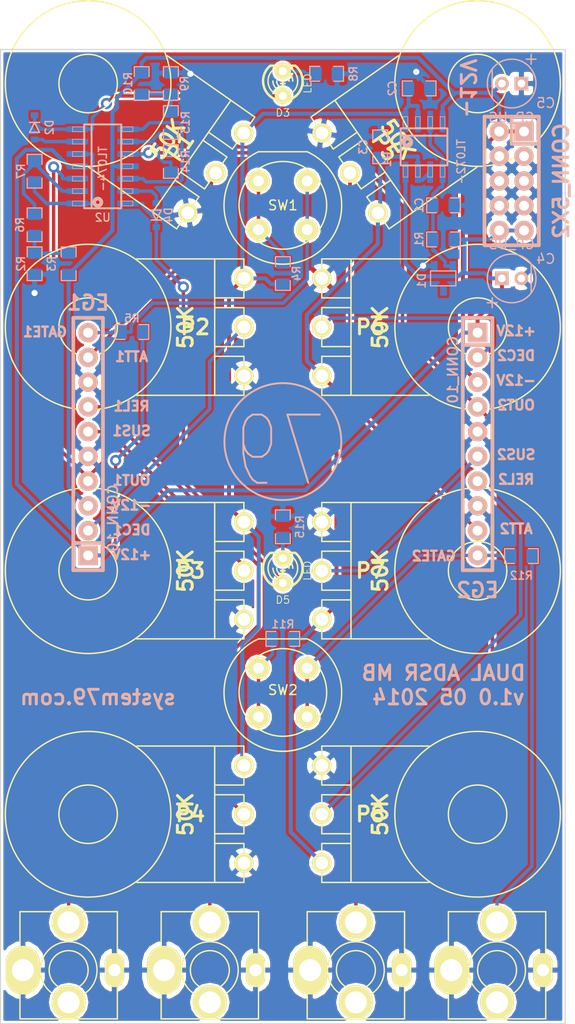
<source format=kicad_pcb>
(kicad_pcb (version 3) (host pcbnew "(2013-07-07 BZR 4022)-stable")
  (layers (15 F.Cu signal) (0 B.Cu signal) (18 B.Paste user) (19 F.Paste user) (20 B.SilkS user) (21 F.SilkS user) (22 B.Mask user) (23 F.Mask user) (28 Edge.Cuts user))
  (net 0 "")
  (net 1 +12V)
  (net 2 "+5.0V A")
  (net 3 "+5.0V B")
  (net 4 -12V)
  (net 5 ATT1)
  (net 6 ATT2)
  (net 7 DEC1)
  (net 8 DEC2)
  (net 9 GATE1)
  (net 10 GATE2)
  (net 11 GND)
  (net 12 N-0000014)
  (net 13 N-0000015)
  (net 14 N-0000016)
  (net 15 N-0000017)
  (net 16 N-0000018)
  (net 17 N-0000019)
  (net 18 N-000002)
  (net 19 N-0000020)
  (net 20 N-0000021)
  (net 21 N-0000022)
  (net 22 N-0000023)
  (net 23 N-0000027)
  (net 24 N-0000030)
  (net 25 N-0000031)
  (net 26 N-0000036)
  (net 27 N-0000038)
  (net 28 N-0000039)
  (net 29 OUT1)
  (net 30 OUT2)
  (net 31 REL1)
  (net 32 REL2)
  (net 33 SUS1)
  (net 34 SUS2)
  (module CONN_0100_2X5_10 (layer B.Cu) (at 163.5 111 270)
    (fp_text reference PWR1 hide)
    (fp_text value CONN_5X2 (at 0 -5.08 270) (layer B.SilkS) (effects (font (size 1.524 1.524) (thickness 0.3048)) (justify mirror)))
    (pad 7 thru_hole circle (at 2.54 -1.27 270) (size 1.99898 1.99898) (drill 1.016) (layers *.Cu *.Mask B.SilkS) (net 11 GND))
    (pad 5 thru_hole circle (at 0 -1.27 270) (size 1.99898 1.99898) (drill 1.016) (layers *.Cu *.Mask B.SilkS) (net 11 GND))
    (pad 9 thru_hole circle (at 5.08 -1.27 270) (size 1.99898 1.99898) (drill 1.016) (layers *.Cu *.Mask B.SilkS) (net 1 +12V))
    (pad 3 thru_hole circle (at -2.54 -1.27 270) (size 1.99898 1.99898) (drill 1.016) (layers *.Cu *.Mask B.SilkS) (net 11 GND))
    (pad 1 thru_hole rect (at -5.08 -1.27 270) (size 1.99898 1.99898) (drill 1.016) (layers *.Cu *.Mask B.SilkS) (net 4 -12V))
    (pad 2 thru_hole circle (at -5.08 1.27 270) (size 1.99898 1.99898) (drill 1.016) (layers *.Cu *.Mask B.SilkS) (net 4 -12V))
    (pad 4 thru_hole circle (at -2.54 1.27 270) (size 1.99898 1.99898) (drill 1.016) (layers *.Cu *.Mask B.SilkS) (net 11 GND))
    (pad 6 thru_hole circle (at 0 1.27 270) (size 1.99898 1.99898) (drill 1.016) (layers *.Cu *.Mask B.SilkS) (net 11 GND))
    (pad 8 thru_hole circle (at 2.54 1.27 270) (size 1.99898 1.99898) (drill 1.016) (layers *.Cu *.Mask B.SilkS) (net 11 GND))
    (pad 10 thru_hole circle (at 5.08 1.27 270) (size 1.99898 1.99898) (drill 1.016) (layers *.Cu *.Mask B.SilkS) (net 1 +12V))
  )
  (module SOT23-JRL (layer B.Cu) (at 156.5 121)
    (fp_text reference D1 (at -2.25 0.25 270) (layer B.SilkS) (effects (font (size 0.8128 0.8128) (thickness 0.1524)) (justify mirror)))
    (fp_text value LM4040-5.0 hide)
    (pad 3 smd rect (at 0 1.27) (size 0.70104 1.00076) (layers B.Cu B.Paste B.Mask))
    (pad 1 smd rect (at 0.9525 -1.27) (size 0.70104 1.00076) (layers B.Cu B.Paste B.Mask) (net 26 N-0000036))
    (pad 2 smd rect (at -0.9525 -1.27) (size 0.70104 1.00076) (layers B.Cu B.Paste B.Mask) (net 11 GND))
  )
  (module SOIC-8-JRL (layer B.Cu) (at 154.5 107.5)
    (fp_text reference U1 (at -3.81 1.27 270) (layer B.SilkS) (effects (font (size 0.8128 0.8128) (thickness 0.1524)) (justify mirror)))
    (fp_text value TL072- (at 3.81 1.524 270) (layer B.SilkS) (effects (font (size 0.8128 0.8128) (thickness 0.1524)) (justify mirror)))
    (pad 1 smd rect (at -1.905 -2.59842) (size 0.59944 2.19964) (layers B.Cu B.Paste B.Mask) (net 2 "+5.0V A"))
    (pad 2 smd rect (at -0.635 -2.59842) (size 0.59944 2.19964) (layers B.Cu B.Paste B.Mask) (net 2 "+5.0V A"))
    (pad 3 smd rect (at 0.635 -2.59842) (size 0.59944 2.19964) (layers B.Cu B.Paste B.Mask) (net 26 N-0000036))
    (pad 4 smd rect (at 1.905 -2.59842) (size 0.59944 2.19964) (layers B.Cu B.Paste B.Mask) (net 4 -12V))
    (pad 5 smd rect (at 1.905 2.59842) (size 0.59944 2.19964) (layers B.Cu B.Paste B.Mask) (net 26 N-0000036))
    (pad 6 smd rect (at 0.635 2.59842) (size 0.59944 2.19964) (layers B.Cu B.Paste B.Mask) (net 3 "+5.0V B"))
    (pad 7 smd rect (at -0.635 2.59842) (size 0.59944 2.19964) (layers B.Cu B.Paste B.Mask) (net 3 "+5.0V B"))
    (pad 8 smd rect (at -1.905 2.59842) (size 0.59944 2.19964) (layers B.Cu B.Paste B.Mask) (net 1 +12V))
  )
  (module SOD323-JRL (layer B.Cu) (at 114.5 105.5 90)
    (fp_text reference D2 (at 0 1.524 90) (layer B.SilkS) (effects (font (size 0.8128 0.8128) (thickness 0.1524)) (justify mirror)))
    (fp_text value 1N4148 hide)
    (pad 1 smd rect (at -1.2446 0 90) (size 0.6096 0.762) (layers B.Cu B.Paste B.Mask) (net 24 N-0000030))
    (pad 2 smd rect (at 1.2446 0 90) (size 0.6096 0.762) (layers B.Cu B.Paste B.Mask) (net 27 N-0000038))
  )
  (module SOD323-JRL (layer B.Cu) (at 127 114.5 270)
    (fp_text reference D4 (at 0 -1.25 270) (layer B.SilkS) (effects (font (size 0.8128 0.8128) (thickness 0.1524)) (justify mirror)))
    (fp_text value 1N4148 hide)
    (pad 1 smd rect (at -1.2446 0 270) (size 0.6096 0.762) (layers B.Cu B.Paste B.Mask) (net 17 N-0000019))
    (pad 2 smd rect (at 1.2446 0 270) (size 0.6096 0.762) (layers B.Cu B.Paste B.Mask) (net 15 N-0000017))
  )
  (module SO14-JRL (layer B.Cu) (at 121.5 109.5 90)
    (fp_text reference U2 (at -5.25 0 180) (layer B.SilkS) (effects (font (size 0.8128 0.8128) (thickness 0.1524)) (justify mirror)))
    (fp_text value TL074- (at -0.254 0 90) (layer B.SilkS) (effects (font (size 0.8128 0.8128) (thickness 0.1524)) (justify mirror)))
    (pad 1 smd rect (at -3.81 -2.59842 90) (size 0.59944 2.19964) (layers B.Cu B.Paste B.Mask) (net 25 N-0000031))
    (pad 2 smd rect (at -2.54 -2.59842 90) (size 0.59944 2.19964) (layers B.Cu B.Paste B.Mask) (net 13 N-0000015))
    (pad 3 smd rect (at -1.27 -2.59842 90) (size 0.59944 2.19964) (layers B.Cu B.Paste B.Mask) (net 29 OUT1))
    (pad 4 smd rect (at 0 -2.59842 90) (size 0.59944 2.19964) (layers B.Cu B.Paste B.Mask) (net 1 +12V))
    (pad 5 smd rect (at 1.27 -2.59842 90) (size 0.59944 2.19964) (layers B.Cu B.Paste B.Mask) (net 25 N-0000031))
    (pad 6 smd rect (at 2.54 -2.59842 90) (size 0.59944 2.19964) (layers B.Cu B.Paste B.Mask) (net 24 N-0000030))
    (pad 7 smd rect (at 3.81 -2.59842 90) (size 0.59944 2.19964) (layers B.Cu B.Paste B.Mask) (net 27 N-0000038))
    (pad 8 smd rect (at 3.81 2.59842 90) (size 0.59944 2.19964) (layers B.Cu B.Paste B.Mask) (net 22 N-0000023))
    (pad 9 smd rect (at 2.54 2.59842 90) (size 0.59944 2.19964) (layers B.Cu B.Paste B.Mask) (net 14 N-0000016))
    (pad 10 smd rect (at 1.27 2.59842 90) (size 0.59944 2.19964) (layers B.Cu B.Paste B.Mask) (net 30 OUT2))
    (pad 11 smd rect (at 0 2.59842 90) (size 0.59944 2.19964) (layers B.Cu B.Paste B.Mask) (net 4 -12V))
    (pad 12 smd rect (at -1.27 2.59842 90) (size 0.59944 2.19964) (layers B.Cu B.Paste B.Mask) (net 22 N-0000023))
    (pad 13 smd rect (at -2.54 2.59842 90) (size 0.59944 2.19964) (layers B.Cu B.Paste B.Mask) (net 17 N-0000019))
    (pad 14 smd rect (at -3.81 2.59842 90) (size 0.59944 2.19964) (layers B.Cu B.Paste B.Mask) (net 15 N-0000017))
  )
  (module SM0805-HAND (layer B.Cu) (at 114.5 110 270)
    (fp_text reference R7 (at 0 1.397 270) (layer B.SilkS) (effects (font (size 0.8128 0.8128) (thickness 0.1524)) (justify mirror)))
    (fp_text value 82K hide)
    (pad 1 smd rect (at -1.0795 0 270) (size 1.143 1.397) (layers B.Cu B.Paste B.Mask) (net 13 N-0000015))
    (pad 2 smd rect (at 1.0795 0 270) (size 1.143 1.397) (layers B.Cu B.Paste B.Mask) (net 25 N-0000031))
  )
  (module SM0805-HAND (layer B.Cu) (at 164.5 149.5 180)
    (fp_text reference R12 (at 0 -2 180) (layer B.SilkS) (effects (font (size 0.8128 0.8128) (thickness 0.1524)) (justify mirror)))
    (fp_text value 10K hide)
    (pad 1 smd rect (at -1.0795 0 180) (size 1.143 1.397) (layers B.Cu B.Paste B.Mask) (net 20 N-0000021))
    (pad 2 smd rect (at 1.0795 0 180) (size 1.143 1.397) (layers B.Cu B.Paste B.Mask) (net 10 GATE2))
  )
  (module SM0805-HAND (layer B.Cu) (at 114.5 115.5 90)
    (fp_text reference R6 (at 0 -1.5 90) (layer B.SilkS) (effects (font (size 0.8128 0.8128) (thickness 0.1524)) (justify mirror)))
    (fp_text value 100K hide)
    (pad 1 smd rect (at -1.0795 0 90) (size 1.143 1.397) (layers B.Cu B.Paste B.Mask) (net 12 N-0000014))
    (pad 2 smd rect (at 1.0795 0 90) (size 1.143 1.397) (layers B.Cu B.Paste B.Mask) (net 13 N-0000015))
  )
  (module SM0805-HAND (layer B.Cu) (at 114.5 119.5 270)
    (fp_text reference R2 (at 0 1.397 270) (layer B.SilkS) (effects (font (size 0.8128 0.8128) (thickness 0.1524)) (justify mirror)))
    (fp_text value 120K hide)
    (pad 1 smd rect (at -1.0795 0 270) (size 1.143 1.397) (layers B.Cu B.Paste B.Mask) (net 12 N-0000014))
    (pad 2 smd rect (at 1.0795 0 270) (size 1.143 1.397) (layers B.Cu B.Paste B.Mask) (net 11 GND))
  )
  (module SM0805-HAND (layer B.Cu) (at 118 119.5 90)
    (fp_text reference R3 (at 0 -1.75 90) (layer B.SilkS) (effects (font (size 0.8128 0.8128) (thickness 0.1524)) (justify mirror)))
    (fp_text value 330K hide)
    (pad 1 smd rect (at -1.0795 0 90) (size 1.143 1.397) (layers B.Cu B.Paste B.Mask) (net 4 -12V))
    (pad 2 smd rect (at 1.0795 0 90) (size 1.143 1.397) (layers B.Cu B.Paste B.Mask) (net 12 N-0000014))
  )
  (module SM0805-HAND (layer B.Cu) (at 124.5 126.5 180)
    (fp_text reference R5 (at 0 1.397 180) (layer B.SilkS) (effects (font (size 0.8128 0.8128) (thickness 0.1524)) (justify mirror)))
    (fp_text value 10K hide)
    (pad 1 smd rect (at -1.0795 0 180) (size 1.143 1.397) (layers B.Cu B.Paste B.Mask) (net 23 N-0000027))
    (pad 2 smd rect (at 1.0795 0 180) (size 1.143 1.397) (layers B.Cu B.Paste B.Mask) (net 9 GATE1))
  )
  (module SM0805-HAND (layer B.Cu) (at 154 101.5)
    (fp_text reference C2 (at -2.75 0 270) (layer B.SilkS) (effects (font (size 0.8128 0.8128) (thickness 0.1524)) (justify mirror)))
    (fp_text value 100n hide)
    (pad 1 smd rect (at -1.0795 0) (size 1.143 1.397) (layers B.Cu B.Paste B.Mask) (net 2 "+5.0V A"))
    (pad 2 smd rect (at 1.0795 0) (size 1.143 1.397) (layers B.Cu B.Paste B.Mask) (net 11 GND))
  )
  (module SM0805-HAND (layer B.Cu) (at 150 107.5 90)
    (fp_text reference C3 (at 0 -1.75 90) (layer B.SilkS) (effects (font (size 0.8128 0.8128) (thickness 0.1524)) (justify mirror)))
    (fp_text value 100n hide)
    (pad 1 smd rect (at -1.0795 0 90) (size 1.143 1.397) (layers B.Cu B.Paste B.Mask) (net 3 "+5.0V B"))
    (pad 2 smd rect (at 1.0795 0 90) (size 1.143 1.397) (layers B.Cu B.Paste B.Mask) (net 11 GND))
  )
  (module SM0805-HAND (layer B.Cu) (at 140 158 180)
    (fp_text reference R11 (at 0 1.5 180) (layer B.SilkS) (effects (font (size 0.8128 0.8128) (thickness 0.1524)) (justify mirror)))
    (fp_text value 10K hide)
    (pad 1 smd rect (at -1.0795 0 180) (size 1.143 1.397) (layers B.Cu B.Paste B.Mask) (net 3 "+5.0V B"))
    (pad 2 smd rect (at 1.0795 0 180) (size 1.143 1.397) (layers B.Cu B.Paste B.Mask) (net 18 N-000002))
  )
  (module SM0805-HAND (layer B.Cu) (at 140 146.5 270)
    (fp_text reference R15 (at 0 -1.75 270) (layer B.SilkS) (effects (font (size 0.8128 0.8128) (thickness 0.1524)) (justify mirror)))
    (fp_text value 270 hide)
    (pad 1 smd rect (at -1.0795 0 270) (size 1.143 1.397) (layers B.Cu B.Paste B.Mask) (net 11 GND))
    (pad 2 smd rect (at 1.0795 0 270) (size 1.143 1.397) (layers B.Cu B.Paste B.Mask) (net 16 N-0000018))
  )
  (module SM0805-HAND (layer B.Cu) (at 128.5 109 90)
    (fp_text reference R14 (at 0 1.5 90) (layer B.SilkS) (effects (font (size 0.8128 0.8128) (thickness 0.1524)) (justify mirror)))
    (fp_text value 82K hide)
    (pad 1 smd rect (at -1.0795 0 90) (size 1.143 1.397) (layers B.Cu B.Paste B.Mask) (net 14 N-0000016))
    (pad 2 smd rect (at 1.0795 0 90) (size 1.143 1.397) (layers B.Cu B.Paste B.Mask) (net 22 N-0000023))
  )
  (module SM0805-HAND (layer B.Cu) (at 128.5 105 270)
    (fp_text reference R13 (at 0 -1.5 270) (layer B.SilkS) (effects (font (size 0.8128 0.8128) (thickness 0.1524)) (justify mirror)))
    (fp_text value 100K hide)
    (pad 1 smd rect (at -1.0795 0 270) (size 1.143 1.397) (layers B.Cu B.Paste B.Mask) (net 21 N-0000022))
    (pad 2 smd rect (at 1.0795 0 270) (size 1.143 1.397) (layers B.Cu B.Paste B.Mask) (net 14 N-0000016))
  )
  (module SM0805-HAND (layer B.Cu) (at 128.5 101 90)
    (fp_text reference R9 (at 0 1.397 90) (layer B.SilkS) (effects (font (size 0.8128 0.8128) (thickness 0.1524)) (justify mirror)))
    (fp_text value 120K hide)
    (pad 1 smd rect (at -1.0795 0 90) (size 1.143 1.397) (layers B.Cu B.Paste B.Mask) (net 21 N-0000022))
    (pad 2 smd rect (at 1.0795 0 90) (size 1.143 1.397) (layers B.Cu B.Paste B.Mask) (net 11 GND))
  )
  (module SM0805-HAND (layer B.Cu) (at 125.5 101 270)
    (fp_text reference R10 (at 0 1.397 270) (layer B.SilkS) (effects (font (size 0.8128 0.8128) (thickness 0.1524)) (justify mirror)))
    (fp_text value 330K hide)
    (pad 1 smd rect (at -1.0795 0 270) (size 1.143 1.397) (layers B.Cu B.Paste B.Mask) (net 4 -12V))
    (pad 2 smd rect (at 1.0795 0 270) (size 1.143 1.397) (layers B.Cu B.Paste B.Mask) (net 21 N-0000022))
  )
  (module SM0805-HAND (layer B.Cu) (at 140 120.5 90)
    (fp_text reference R4 (at 0 1.397 90) (layer B.SilkS) (effects (font (size 0.8128 0.8128) (thickness 0.1524)) (justify mirror)))
    (fp_text value 10K hide)
    (pad 1 smd rect (at -1.0795 0 90) (size 1.143 1.397) (layers B.Cu B.Paste B.Mask) (net 2 "+5.0V A"))
    (pad 2 smd rect (at 1.0795 0 90) (size 1.143 1.397) (layers B.Cu B.Paste B.Mask) (net 19 N-0000020))
  )
  (module SM0805-HAND (layer B.Cu) (at 144.5 100 180)
    (fp_text reference R8 (at -2.75 0 270) (layer B.SilkS) (effects (font (size 0.8128 0.8128) (thickness 0.1524)) (justify mirror)))
    (fp_text value 270 hide)
    (pad 1 smd rect (at -1.0795 0 180) (size 1.143 1.397) (layers B.Cu B.Paste B.Mask) (net 11 GND))
    (pad 2 smd rect (at 1.0795 0 180) (size 1.143 1.397) (layers B.Cu B.Paste B.Mask) (net 28 N-0000039))
  )
  (module SM0805-HAND (layer B.Cu) (at 156.5 113.5)
    (fp_text reference C1 (at -2.5 0 270) (layer B.SilkS) (effects (font (size 0.8128 0.8128) (thickness 0.1524)) (justify mirror)))
    (fp_text value 100n hide)
    (pad 1 smd rect (at -1.0795 0) (size 1.143 1.397) (layers B.Cu B.Paste B.Mask) (net 26 N-0000036))
    (pad 2 smd rect (at 1.0795 0) (size 1.143 1.397) (layers B.Cu B.Paste B.Mask) (net 11 GND))
  )
  (module SM0805-HAND (layer B.Cu) (at 156.5 117 180)
    (fp_text reference R1 (at 2.5 0 270) (layer B.SilkS) (effects (font (size 0.8128 0.8128) (thickness 0.1524)) (justify mirror)))
    (fp_text value 10K hide)
    (pad 1 smd rect (at -1.0795 0 180) (size 1.143 1.397) (layers B.Cu B.Paste B.Mask) (net 1 +12V))
    (pad 2 smd rect (at 1.0795 0 180) (size 1.143 1.397) (layers B.Cu B.Paste B.Mask) (net 26 N-0000036))
  )
  (module PJ-301B-JACK (layer F.Cu) (at 147.5 192)
    (fp_text reference J3 hide)
    (fp_text value OUT1 hide)
    (pad 1 thru_hole oval (at -4.7 0) (size 3.5 5) (drill 2.25) (layers *.Cu *.Mask F.SilkS) (net 11 GND))
    (pad 1 thru_hole oval (at 4.7 0) (size 2 3.5) (drill 1.25) (layers *.Cu *.Mask F.SilkS) (net 11 GND))
    (pad 3 thru_hole oval (at 0 -4.9) (size 3.5 3.5) (drill 2.25) (layers *.Cu *.Mask F.SilkS) (net 30 OUT2))
    (pad 2 thru_hole oval (at 0 3.3) (size 3.5 3.5) (drill 2.25) (layers *.Cu *.Mask F.SilkS))
  )
  (module PJ-301B-JACK (layer F.Cu) (at 162 192)
    (fp_text reference J4 hide)
    (fp_text value GATE1 hide)
    (pad 1 thru_hole oval (at -4.7 0) (size 3.5 5) (drill 2.25) (layers *.Cu *.Mask F.SilkS) (net 11 GND))
    (pad 1 thru_hole oval (at 4.7 0) (size 2 3.5) (drill 1.25) (layers *.Cu *.Mask F.SilkS) (net 11 GND))
    (pad 3 thru_hole oval (at 0 -4.9) (size 3.5 3.5) (drill 2.25) (layers *.Cu *.Mask F.SilkS) (net 20 N-0000021))
    (pad 2 thru_hole oval (at 0 3.3) (size 3.5 3.5) (drill 2.25) (layers *.Cu *.Mask F.SilkS))
  )
  (module PJ-301B-JACK (layer F.Cu) (at 132.5 192)
    (fp_text reference J1 hide)
    (fp_text value OUT1 hide)
    (pad 1 thru_hole oval (at -4.7 0) (size 3.5 5) (drill 2.25) (layers *.Cu *.Mask F.SilkS) (net 11 GND))
    (pad 1 thru_hole oval (at 4.7 0) (size 2 3.5) (drill 1.25) (layers *.Cu *.Mask F.SilkS) (net 11 GND))
    (pad 3 thru_hole oval (at 0 -4.9) (size 3.5 3.5) (drill 2.25) (layers *.Cu *.Mask F.SilkS) (net 29 OUT1))
    (pad 2 thru_hole oval (at 0 3.3) (size 3.5 3.5) (drill 2.25) (layers *.Cu *.Mask F.SilkS))
  )
  (module PJ-301B-JACK (layer F.Cu) (at 118 192)
    (fp_text reference J2 hide)
    (fp_text value GATE1 hide)
    (pad 1 thru_hole oval (at -4.7 0) (size 3.5 5) (drill 2.25) (layers *.Cu *.Mask F.SilkS) (net 11 GND))
    (pad 1 thru_hole oval (at 4.7 0) (size 2 3.5) (drill 1.25) (layers *.Cu *.Mask F.SilkS) (net 11 GND))
    (pad 3 thru_hole oval (at 0 -4.9) (size 3.5 3.5) (drill 2.25) (layers *.Cu *.Mask F.SilkS) (net 23 N-0000027))
    (pad 2 thru_hole oval (at 0 3.3) (size 3.5 3.5) (drill 2.25) (layers *.Cu *.Mask F.SilkS))
  )
  (module LED-3MM (layer F.Cu) (at 140 151 90)
    (fp_text reference D5 (at -3 0 180) (layer F.SilkS) (effects (font (size 0.762 0.762) (thickness 0.0889))))
    (fp_text value LED (at 0 2.54 90) (layer F.SilkS) (effects (font (size 0.762 0.762) (thickness 0.0889))))
    (pad 1 thru_hole circle (at -1.27 0 90) (size 1.6764 1.6764) (drill 0.8128) (layers *.Cu F.Paste F.SilkS F.Mask) (net 15 N-0000017))
    (pad 2 thru_hole circle (at 1.27 0 90) (size 1.6764 1.6764) (drill 0.8128) (layers *.Cu F.Paste F.SilkS F.Mask) (net 16 N-0000018))
  )
  (module LED-3MM (layer F.Cu) (at 140 101 90)
    (fp_text reference D3 (at -3 0 180) (layer F.SilkS) (effects (font (size 0.762 0.762) (thickness 0.0889))))
    (fp_text value LED (at 0 2.54 90) (layer F.SilkS) (effects (font (size 0.762 0.762) (thickness 0.0889))))
    (pad 1 thru_hole circle (at -1.27 0 90) (size 1.6764 1.6764) (drill 0.8128) (layers *.Cu F.Paste F.SilkS F.Mask) (net 27 N-0000038))
    (pad 2 thru_hole circle (at 1.27 0 90) (size 1.6764 1.6764) (drill 0.8128) (layers *.Cu F.Paste F.SilkS F.Mask) (net 28 N-0000039))
  )
  (module KS-01Q-02-JRL (layer F.Cu) (at 140 163.5)
    (fp_text reference SW2 (at 0 -0.25) (layer F.SilkS))
    (fp_text value SW_PUSH hide)
    (pad 4 thru_hole circle (at 2.5 2.5) (size 2.25 2.25) (drill 1.1) (layers *.Cu *.Mask F.SilkS) (net 10 GATE2))
    (pad 3 thru_hole circle (at -2.5 2.5) (size 2.25 2.25) (drill 1.1) (layers *.Cu *.Mask F.SilkS) (net 18 N-000002))
    (pad 1 thru_hole circle (at -2.5 -2.5) (size 2.25 2.25) (drill 1.1) (layers *.Cu *.Mask F.SilkS) (net 18 N-000002))
    (pad 2 thru_hole circle (at 2.5 -2.5) (size 2.25 2.25) (drill 1.1) (layers *.Cu *.Mask F.SilkS) (net 10 GATE2))
  )
  (module KS-01Q-02-JRL (layer F.Cu) (at 140 113.5)
    (fp_text reference SW1 (at 0 0 180) (layer F.SilkS))
    (fp_text value SW_PUSH hide)
    (pad 4 thru_hole circle (at 2.5 2.5) (size 2.25 2.25) (drill 1.1) (layers *.Cu *.Mask F.SilkS) (net 9 GATE1))
    (pad 3 thru_hole circle (at -2.5 2.5) (size 2.25 2.25) (drill 1.1) (layers *.Cu *.Mask F.SilkS) (net 19 N-0000020))
    (pad 1 thru_hole circle (at -2.5 -2.5) (size 2.25 2.25) (drill 1.1) (layers *.Cu *.Mask F.SilkS) (net 19 N-0000020))
    (pad 2 thru_hole circle (at 2.5 -2.5) (size 2.25 2.25) (drill 1.1) (layers *.Cu *.Mask F.SilkS) (net 9 GATE1))
  )
  (module CONN_0100_X_10 (layer B.Cu) (at 160 138 270)
    (fp_text reference EG2 hide)
    (fp_text value CONN_10 (at -7.62 2.54 270) (layer B.SilkS) (effects (font (size 1.016 1.016) (thickness 0.1905)) (justify mirror)))
    (pad 1 thru_hole rect (at -11.43 0 270) (size 1.99898 1.99898) (drill 1.016) (layers *.Cu *.Mask B.SilkS) (net 1 +12V))
    (pad 2 thru_hole circle (at -8.89 0 270) (size 1.99898 1.99898) (drill 1.016) (layers *.Cu *.Mask B.SilkS) (net 8 DEC2))
    (pad 3 thru_hole circle (at -6.35 0 270) (size 1.99898 1.99898) (drill 1.016) (layers *.Cu *.Mask B.SilkS) (net 4 -12V))
    (pad 4 thru_hole circle (at -3.81 0 270) (size 1.99898 1.99898) (drill 1.016) (layers *.Cu *.Mask B.SilkS) (net 30 OUT2))
    (pad 5 thru_hole circle (at -1.27 0 270) (size 1.99898 1.99898) (drill 1.016) (layers *.Cu *.Mask B.SilkS) (net 11 GND))
    (pad 6 thru_hole circle (at 1.27 0 270) (size 1.99898 1.99898) (drill 1.016) (layers *.Cu *.Mask B.SilkS) (net 34 SUS2))
    (pad 7 thru_hole circle (at 3.81 0 270) (size 1.99898 1.99898) (drill 1.016) (layers *.Cu *.Mask B.SilkS) (net 32 REL2))
    (pad 8 thru_hole circle (at 6.35 0 270) (size 1.99898 1.99898) (drill 1.016) (layers *.Cu *.Mask B.SilkS) (net 11 GND))
    (pad 9 thru_hole circle (at 8.89 0 270) (size 1.99898 1.99898) (drill 1.016) (layers *.Cu *.Mask B.SilkS) (net 6 ATT2))
    (pad 10 thru_hole circle (at 11.43 0 270) (size 1.99898 1.99898) (drill 1.016) (layers *.Cu *.Mask B.SilkS) (net 10 GATE2))
  )
  (module CONN_0100_X_10 (layer B.Cu) (at 120 138 90)
    (fp_text reference EG1 hide)
    (fp_text value CONN_10 (at -7.62 2.54 90) (layer B.SilkS) (effects (font (size 1.016 1.016) (thickness 0.1905)) (justify mirror)))
    (pad 1 thru_hole rect (at -11.43 0 90) (size 1.99898 1.99898) (drill 1.016) (layers *.Cu *.Mask B.SilkS) (net 1 +12V))
    (pad 2 thru_hole circle (at -8.89 0 90) (size 1.99898 1.99898) (drill 1.016) (layers *.Cu *.Mask B.SilkS) (net 7 DEC1))
    (pad 3 thru_hole circle (at -6.35 0 90) (size 1.99898 1.99898) (drill 1.016) (layers *.Cu *.Mask B.SilkS) (net 4 -12V))
    (pad 4 thru_hole circle (at -3.81 0 90) (size 1.99898 1.99898) (drill 1.016) (layers *.Cu *.Mask B.SilkS) (net 29 OUT1))
    (pad 5 thru_hole circle (at -1.27 0 90) (size 1.99898 1.99898) (drill 1.016) (layers *.Cu *.Mask B.SilkS) (net 11 GND))
    (pad 6 thru_hole circle (at 1.27 0 90) (size 1.99898 1.99898) (drill 1.016) (layers *.Cu *.Mask B.SilkS) (net 33 SUS1))
    (pad 7 thru_hole circle (at 3.81 0 90) (size 1.99898 1.99898) (drill 1.016) (layers *.Cu *.Mask B.SilkS) (net 31 REL1))
    (pad 8 thru_hole circle (at 6.35 0 90) (size 1.99898 1.99898) (drill 1.016) (layers *.Cu *.Mask B.SilkS) (net 11 GND))
    (pad 9 thru_hole circle (at 8.89 0 90) (size 1.99898 1.99898) (drill 1.016) (layers *.Cu *.Mask B.SilkS) (net 5 ATT1))
    (pad 10 thru_hole circle (at 11.43 0 90) (size 1.99898 1.99898) (drill 1.016) (layers *.Cu *.Mask B.SilkS) (net 9 GATE1))
  )
  (module CAP_POL_5MM (layer B.Cu) (at 163.5 101 180)
    (fp_text reference C5 (at -3.5 -2 180) (layer B.SilkS) (effects (justify mirror)))
    (fp_text value CP_US (at 0 -3.5 180) (layer B.SilkS) (effects (justify mirror)))
    (pad 1 thru_hole rect (at -1 0 180) (size 1.4 1.4) (drill 0.8) (layers *.Cu *.Mask B.SilkS) (net 11 GND))
    (pad 2 thru_hole circle (at 1 0 180) (size 1.4 1.4) (drill 0.8) (layers *.Cu *.Mask B.SilkS) (net 4 -12V))
  )
  (module CAP_POL_5MM (layer B.Cu) (at 163.5 121)
    (fp_text reference C4 (at 3.5 -2) (layer B.SilkS) (effects (justify mirror)))
    (fp_text value CP_US (at 0 -3.5) (layer B.SilkS) (effects (justify mirror)))
    (pad 1 thru_hole rect (at -1 0) (size 1.4 1.4) (drill 0.8) (layers *.Cu *.Mask B.SilkS) (net 1 +12V))
    (pad 2 thru_hole circle (at 1 0) (size 1.4 1.4) (drill 0.8) (layers *.Cu *.Mask B.SilkS) (net 11 GND))
  )
  (module RV16A-41-JRL (layer F.Cu) (at 160 101 305)
    (fp_text reference P5 (at -0.124488 11.510191 305) (layer F.SilkS) (effects (font (size 1.524 1.524) (thickness 0.3048))))
    (fp_text value 50K (at 0 9.99998 305) (layer F.SilkS) (effects (font (size 1.524 1.524) (thickness 0.3048))))
    (pad 2 thru_hole circle (at 0 16 305) (size 1.99898 1.99898) (drill 1.30048) (layers *.Cu *.Mask F.SilkS) (net 6 ATT2))
    (pad 3 thru_hole circle (at 5 16 305) (size 1.99898 1.99898) (drill 1.30048) (layers *.Cu *.Mask F.SilkS) (net 3 "+5.0V B"))
    (pad 1 thru_hole circle (at -5 16 305) (size 1.99898 1.99898) (drill 1.30048) (layers *.Cu *.Mask F.SilkS) (net 11 GND))
  )
  (module RV16A-41-JRL (layer F.Cu) (at 160 126 270)
    (fp_text reference P6 (at 0 11 360) (layer F.SilkS) (effects (font (size 1.524 1.524) (thickness 0.3048))))
    (fp_text value 50K (at 0 9.99998 270) (layer F.SilkS) (effects (font (size 1.524 1.524) (thickness 0.3048))))
    (pad 2 thru_hole circle (at 0 16 270) (size 1.99898 1.99898) (drill 1.30048) (layers *.Cu *.Mask F.SilkS) (net 8 DEC2))
    (pad 3 thru_hole circle (at 5 16 270) (size 1.99898 1.99898) (drill 1.30048) (layers *.Cu *.Mask F.SilkS) (net 3 "+5.0V B"))
    (pad 1 thru_hole circle (at -5 16 270) (size 1.99898 1.99898) (drill 1.30048) (layers *.Cu *.Mask F.SilkS) (net 11 GND))
  )
  (module RV16A-41-JRL (layer F.Cu) (at 160 151 270)
    (fp_text reference P7 (at 0 11 360) (layer F.SilkS) (effects (font (size 1.524 1.524) (thickness 0.3048))))
    (fp_text value 50K (at 0 9.99998 270) (layer F.SilkS) (effects (font (size 1.524 1.524) (thickness 0.3048))))
    (pad 2 thru_hole circle (at 0 16 270) (size 1.99898 1.99898) (drill 1.30048) (layers *.Cu *.Mask F.SilkS) (net 34 SUS2))
    (pad 3 thru_hole circle (at 5 16 270) (size 1.99898 1.99898) (drill 1.30048) (layers *.Cu *.Mask F.SilkS) (net 3 "+5.0V B"))
    (pad 1 thru_hole circle (at -5 16 270) (size 1.99898 1.99898) (drill 1.30048) (layers *.Cu *.Mask F.SilkS) (net 11 GND))
  )
  (module RV16A-41-JRL (layer F.Cu) (at 160 176 270)
    (fp_text reference P8 (at 0 11 360) (layer F.SilkS) (effects (font (size 1.524 1.524) (thickness 0.3048))))
    (fp_text value 50K (at 0 9.99998 270) (layer F.SilkS) (effects (font (size 1.524 1.524) (thickness 0.3048))))
    (pad 2 thru_hole circle (at 0 16 270) (size 1.99898 1.99898) (drill 1.30048) (layers *.Cu *.Mask F.SilkS) (net 32 REL2))
    (pad 3 thru_hole circle (at 5 16 270) (size 1.99898 1.99898) (drill 1.30048) (layers *.Cu *.Mask F.SilkS) (net 3 "+5.0V B"))
    (pad 1 thru_hole circle (at -5 16 270) (size 1.99898 1.99898) (drill 1.30048) (layers *.Cu *.Mask F.SilkS) (net 11 GND))
  )
  (module RV16A-41-JRL (layer F.Cu) (at 120 176 90)
    (fp_text reference P4 (at 0 10.5 180) (layer F.SilkS) (effects (font (size 1.524 1.524) (thickness 0.3048))))
    (fp_text value 50K (at 0 9.99998 90) (layer F.SilkS) (effects (font (size 1.524 1.524) (thickness 0.3048))))
    (pad 2 thru_hole circle (at 0 16 90) (size 1.99898 1.99898) (drill 1.30048) (layers *.Cu *.Mask F.SilkS) (net 31 REL1))
    (pad 3 thru_hole circle (at 5 16 90) (size 1.99898 1.99898) (drill 1.30048) (layers *.Cu *.Mask F.SilkS) (net 2 "+5.0V A"))
    (pad 1 thru_hole circle (at -5 16 90) (size 1.99898 1.99898) (drill 1.30048) (layers *.Cu *.Mask F.SilkS) (net 11 GND))
  )
  (module RV16A-41-JRL (layer F.Cu) (at 120 151 90)
    (fp_text reference P3 (at 0 10.5 180) (layer F.SilkS) (effects (font (size 1.524 1.524) (thickness 0.3048))))
    (fp_text value 50K (at 0 9.99998 90) (layer F.SilkS) (effects (font (size 1.524 1.524) (thickness 0.3048))))
    (pad 2 thru_hole circle (at 0 16 90) (size 1.99898 1.99898) (drill 1.30048) (layers *.Cu *.Mask F.SilkS) (net 33 SUS1))
    (pad 3 thru_hole circle (at 5 16 90) (size 1.99898 1.99898) (drill 1.30048) (layers *.Cu *.Mask F.SilkS) (net 2 "+5.0V A"))
    (pad 1 thru_hole circle (at -5 16 90) (size 1.99898 1.99898) (drill 1.30048) (layers *.Cu *.Mask F.SilkS) (net 11 GND))
  )
  (module RV16A-41-JRL (layer F.Cu) (at 120 126 90)
    (fp_text reference P2 (at 0 11 180) (layer F.SilkS) (effects (font (size 1.524 1.524) (thickness 0.3048))))
    (fp_text value 50K (at 0 9.99998 90) (layer F.SilkS) (effects (font (size 1.524 1.524) (thickness 0.3048))))
    (pad 2 thru_hole circle (at 0 16 90) (size 1.99898 1.99898) (drill 1.30048) (layers *.Cu *.Mask F.SilkS) (net 7 DEC1))
    (pad 3 thru_hole circle (at 5 16 90) (size 1.99898 1.99898) (drill 1.30048) (layers *.Cu *.Mask F.SilkS) (net 2 "+5.0V A"))
    (pad 1 thru_hole circle (at -5 16 90) (size 1.99898 1.99898) (drill 1.30048) (layers *.Cu *.Mask F.SilkS) (net 11 GND))
  )
  (module RV16A-41-JRL (layer F.Cu) (at 120 101 55)
    (fp_text reference P1 (at 0.124488 11.510191 55) (layer F.SilkS) (effects (font (size 1.524 1.524) (thickness 0.3048))))
    (fp_text value 50K (at 0 9.99998 55) (layer F.SilkS) (effects (font (size 1.524 1.524) (thickness 0.3048))))
    (pad 2 thru_hole circle (at 0 16 55) (size 1.99898 1.99898) (drill 1.30048) (layers *.Cu *.Mask F.SilkS) (net 5 ATT1))
    (pad 3 thru_hole circle (at 5 16 55) (size 1.99898 1.99898) (drill 1.30048) (layers *.Cu *.Mask F.SilkS) (net 2 "+5.0V A"))
    (pad 1 thru_hole circle (at -5 16 55) (size 1.99898 1.99898) (drill 1.30048) (layers *.Cu *.Mask F.SilkS) (net 11 GND))
  )
  (module system79-logo-12mm (layer B.Cu) (at 140 137.75)
    (fp_text reference system79-logo-12mm hide)
    (fp_text value VAL** hide)
    (fp_text user 79 (at -0.25 1) (layer B.SilkS) (effects (font (size 7 5) (thickness 0.2)) (justify mirror)))
  )
  (gr_text system79.com (at 121 164) (layer B.SilkS) (effects (font (size 1.5 1.5) (thickness 0.3)) (justify mirror)))
  (gr_text "v1.0 05 2014" (at 157 164) (layer B.SilkS) (effects (font (size 1.5 1.5) (thickness 0.3)) (justify mirror)))
  (gr_text "DUAL ADSR MB" (at 156.5 161.5) (layer B.SilkS) (effects (font (size 1.5 1.5) (thickness 0.3)) (justify mirror)))
  (gr_text +12V (at 163.96 126.39) (layer B.SilkS) (effects (font (size 1 1) (thickness 0.25)) (justify mirror)))
  (gr_text -12V (at 163.96 131.47) (layer B.SilkS) (effects (font (size 1 1) (thickness 0.25)) (justify mirror)))
  (gr_text DEC2 (at 163.96 128.93) (layer B.SilkS) (effects (font (size 1 1) (thickness 0.25)) (justify mirror)))
  (gr_text OUT2 (at 163.96 134.01) (layer B.SilkS) (effects (font (size 1 1) (thickness 0.25)) (justify mirror)))
  (gr_text SUS2 (at 163.96 139.09) (layer B.SilkS) (effects (font (size 1 1) (thickness 0.25)) (justify mirror)))
  (gr_text REL2 (at 163.96 141.63) (layer B.SilkS) (effects (font (size 1 1) (thickness 0.25)) (justify mirror)))
  (gr_text ATT2 (at 163.96 146.71) (layer B.SilkS) (effects (font (size 1 1) (thickness 0.25)) (justify mirror)))
  (gr_text GATE2 (at 155.5 149.5) (layer B.SilkS) (effects (font (size 1 1) (thickness 0.25)) (justify mirror)))
  (gr_text GATE1 (at 115.57 126.5) (layer B.SilkS) (effects (font (size 1 1) (thickness 0.25)) (justify mirror)))
  (gr_text ATT1 (at 124.46 129.04) (layer B.SilkS) (effects (font (size 1 1) (thickness 0.25)) (justify mirror)))
  (gr_text REL1 (at 124.46 134.12) (layer B.SilkS) (effects (font (size 1 1) (thickness 0.25)) (justify mirror)))
  (gr_text SUS1 (at 124.46 136.66) (layer B.SilkS) (effects (font (size 1 1) (thickness 0.25)) (justify mirror)))
  (gr_text OUT1 (at 124.46 141.74) (layer B.SilkS) (effects (font (size 1 1) (thickness 0.25)) (justify mirror)))
  (gr_text DEC1 (at 124.46 146.82) (layer B.SilkS) (effects (font (size 1 1) (thickness 0.25)) (justify mirror)))
  (gr_text -12V (at 124.46 144.28) (layer B.SilkS) (effects (font (size 1 1) (thickness 0.25)) (justify mirror)))
  (gr_text +12V (at 124.46 149.36) (layer B.SilkS) (effects (font (size 1 1) (thickness 0.25)) (justify mirror)))
  (gr_text EG2 (at 160 153) (layer B.SilkS) (effects (font (size 1.5 1.5) (thickness 0.3)) (justify mirror)))
  (gr_text EG1 (at 120 123.5) (layer B.SilkS) (effects (font (size 1.5 1.5) (thickness 0.3)) (justify mirror)))
  (gr_text -12V (at 159 101.5 270) (layer B.SilkS) (effects (font (size 1.5 1.5) (thickness 0.3)) (justify mirror)))
  (gr_line (start 169 197.5) (end 169 97.5) (angle 90) (layer Edge.Cuts) (width 0.1))
  (gr_line (start 111 97.5) (end 111 197.5) (angle 90) (layer Edge.Cuts) (width 0.1))
  (gr_line (start 111 97.5) (end 169 97.5) (angle 90) (layer Edge.Cuts) (width 0.1))
  (gr_line (start 139.8 151) (end 140.2 151) (angle 90) (layer F.SilkS) (width 0.2))
  (gr_line (start 140 150.8) (end 140 151.2) (angle 90) (layer F.SilkS) (width 0.2))
  (gr_line (start 139.8 101) (end 140.2 101) (angle 90) (layer F.SilkS) (width 0.2))
  (gr_line (start 140 100.8) (end 140 101.2) (angle 90) (layer F.SilkS) (width 0.2))
  (gr_line (start 111 197.5) (end 169 197.5) (angle 90) (layer Edge.Cuts) (width 0.1))
  (segment (start 158.659 117) (end 158.659 120.166) (width 0.4064) (layer B.Cu) (net 1))
  (segment (start 158.659 117) (end 158.659 120.166) (width 0.4064) (layer B.Cu) (net 1))
  (segment (start 158.492 126.57) (end 160 126.57) (width 0.4064) (layer B.Cu) (net 1))
  (segment (start 142.305 142.757) (end 158.492 126.57) (width 0.4064) (layer B.Cu) (net 1))
  (segment (start 128.181 142.757) (end 142.305 142.757) (width 0.4064) (layer B.Cu) (net 1))
  (segment (start 121.508 149.43) (end 128.181 142.757) (width 0.4064) (layer B.Cu) (net 1))
  (segment (start 120 149.43) (end 121.508 149.43) (width 0.4064) (layer B.Cu) (net 1))
  (segment (start 118.001 109.5) (end 118.9016 109.5) (width 0.4064) (layer B.Cu) (net 1))
  (segment (start 116.312 107.811) (end 118.001 109.5) (width 0.4064) (layer B.Cu) (net 1))
  (segment (start 113.579 107.811) (end 116.312 107.811) (width 0.4064) (layer B.Cu) (net 1))
  (segment (start 112.682 108.709) (end 113.579 107.811) (width 0.4064) (layer B.Cu) (net 1))
  (segment (start 112.682 142.112) (end 112.682 108.709) (width 0.4064) (layer B.Cu) (net 1))
  (segment (start 120 149.43) (end 112.682 142.112) (width 0.4064) (layer B.Cu) (net 1))
  (segment (start 118.9016 109.5) (end 118.902 109.5) (width 0.4064) (layer B.Cu) (net 1))
  (segment (start 152.595 110.0984) (end 152.595 110.098) (width 0.4064) (layer B.Cu) (net 1))
  (segment (start 157.58 117) (end 157.5795 117) (width 0.4064) (layer B.Cu) (net 1))
  (segment (start 162.5 122.5622) (end 162.5 121) (width 0.4064) (layer F.Cu) (net 1))
  (segment (start 160 125.0622) (end 162.5 122.5622) (width 0.4064) (layer F.Cu) (net 1))
  (segment (start 160 126.57) (end 160 125.0622) (width 0.4064) (layer F.Cu) (net 1))
  (segment (start 157.58 117) (end 158.659 117) (width 0.4064) (layer B.Cu) (net 1))
  (segment (start 161.31 117) (end 162.23 116.08) (width 0.4064) (layer B.Cu) (net 1))
  (segment (start 158.659 117) (end 161.31 117) (width 0.4064) (layer B.Cu) (net 1))
  (segment (start 162.23 116.08) (end 164.77 116.08) (width 0.4064) (layer B.Cu) (net 1))
  (segment (start 158.659 120.166) (end 158.3525 120.473) (width 0.4064) (layer B.Cu) (net 1))
  (segment (start 152.595 119.493) (end 152.595 110.0984) (width 0.4064) (layer B.Cu) (net 1))
  (segment (start 153.882 120.78) (end 152.595 119.493) (width 0.4064) (layer B.Cu) (net 1))
  (segment (start 158.046 120.78) (end 153.882 120.78) (width 0.4064) (layer B.Cu) (net 1))
  (segment (start 158.3525 120.473) (end 158.046 120.78) (width 0.4064) (layer B.Cu) (net 1))
  (segment (start 160.7647 120.473) (end 161.2917 121) (width 0.4064) (layer B.Cu) (net 1))
  (segment (start 158.3525 120.473) (end 160.7647 120.473) (width 0.4064) (layer B.Cu) (net 1))
  (segment (start 162.5 121) (end 161.2917 121) (width 0.4064) (layer B.Cu) (net 1))
  (segment (start 152.595 103.619) (end 152.92 103.294) (width 0.4064) (layer B.Cu) (net 2))
  (segment (start 152.595 104.098) (end 152.595 103.619) (width 0.4064) (layer B.Cu) (net 2))
  (segment (start 137.525 147.525) (end 136 146) (width 0.4064) (layer B.Cu) (net 2))
  (segment (start 137.525 156.858) (end 137.525 147.525) (width 0.4064) (layer B.Cu) (net 2))
  (segment (start 135.835 158.548) (end 137.525 156.858) (width 0.4064) (layer B.Cu) (net 2))
  (segment (start 135.835 170.835) (end 135.835 158.548) (width 0.4064) (layer B.Cu) (net 2))
  (segment (start 136 171) (end 135.835 170.835) (width 0.4064) (layer B.Cu) (net 2))
  (segment (start 138.793 121.58) (end 140 121.58) (width 0.4064) (layer B.Cu) (net 2))
  (segment (start 138.214 121) (end 138.793 121.58) (width 0.4064) (layer B.Cu) (net 2))
  (segment (start 136 121) (end 138.214 121) (width 0.4064) (layer B.Cu) (net 2))
  (segment (start 134.472 122.528) (end 136 121) (width 0.4064) (layer F.Cu) (net 2))
  (segment (start 134.472 144.472) (end 134.472 122.528) (width 0.4064) (layer F.Cu) (net 2))
  (segment (start 136 146) (end 134.472 144.472) (width 0.4064) (layer F.Cu) (net 2))
  (segment (start 153.865 103.294) (end 153.865 104.9016) (width 0.4064) (layer B.Cu) (net 2))
  (segment (start 152.92 103.294) (end 153.865 103.294) (width 0.4064) (layer B.Cu) (net 2))
  (segment (start 153.865 104.9016) (end 153.865 104.902) (width 0.4064) (layer B.Cu) (net 2))
  (segment (start 152.595 104.902) (end 152.595 104.9016) (width 0.4064) (layer B.Cu) (net 2))
  (segment (start 152.595 104.9016) (end 152.595 104.098) (width 0.4064) (layer B.Cu) (net 2))
  (segment (start 137.958 104.098) (end 136.902 105.154) (width 0.4064) (layer B.Cu) (net 2))
  (segment (start 152.595 104.098) (end 137.958 104.098) (width 0.4064) (layer B.Cu) (net 2))
  (segment (start 135.846 120.846) (end 136 121) (width 0.4064) (layer B.Cu) (net 2))
  (segment (start 135.846 106.21) (end 135.846 120.846) (width 0.4064) (layer B.Cu) (net 2))
  (segment (start 136.902 105.154) (end 135.846 106.21) (width 0.4064) (layer B.Cu) (net 2))
  (segment (start 136.9018 105.154) (end 135.9743 106.0815) (width 0.4064) (layer B.Cu) (net 2))
  (segment (start 136.902 105.154) (end 136.9018 105.154) (width 0.4064) (layer B.Cu) (net 2))
  (segment (start 152.92 101.5) (end 152.92 102.397) (width 0.4064) (layer B.Cu) (net 2))
  (segment (start 152.92 102.397) (end 152.92 103.294) (width 0.4064) (layer B.Cu) (net 2))
  (segment (start 152.9205 102.3965) (end 152.9205 101.5) (width 0.4064) (layer B.Cu) (net 2))
  (segment (start 152.92 102.397) (end 152.9205 102.3965) (width 0.4064) (layer B.Cu) (net 2))
  (segment (start 140 121.5795) (end 140 121.58) (width 0.4064) (layer B.Cu) (net 2))
  (segment (start 145.508 154.492) (end 144 156) (width 0.4064) (layer F.Cu) (net 3))
  (segment (start 145.508 132.508) (end 145.508 154.492) (width 0.4064) (layer F.Cu) (net 3))
  (segment (start 144 131) (end 145.508 132.508) (width 0.4064) (layer F.Cu) (net 3))
  (segment (start 149.761 114.273) (end 149.7614 114.2726) (width 0.4064) (layer B.Cu) (net 3))
  (segment (start 149.761 117.443) (end 149.761 114.273) (width 0.4064) (layer B.Cu) (net 3))
  (segment (start 142.465 124.739) (end 149.761 117.443) (width 0.4064) (layer B.Cu) (net 3))
  (segment (start 142.465 129.465) (end 142.465 124.739) (width 0.4064) (layer B.Cu) (net 3))
  (segment (start 144 131) (end 142.465 129.465) (width 0.4064) (layer B.Cu) (net 3))
  (segment (start 149.7614 114.2726) (end 149.7614 114.273) (width 0.4064) (layer B.Cu) (net 3))
  (segment (start 154.331 110.902) (end 154.733 110.5) (width 0.4064) (layer B.Cu) (net 3))
  (segment (start 153.865 110.902) (end 154.331 110.902) (width 0.4064) (layer B.Cu) (net 3))
  (segment (start 153.865 110.0984) (end 153.865 110.902) (width 0.4064) (layer B.Cu) (net 3))
  (segment (start 154.733 110.5) (end 155.135 110.098) (width 0.4064) (layer B.Cu) (net 3))
  (segment (start 154.7334 110.5) (end 155.135 110.0984) (width 0.4064) (layer B.Cu) (net 3))
  (segment (start 154.733 110.5) (end 154.7334 110.5) (width 0.4064) (layer B.Cu) (net 3))
  (segment (start 141.0795 158) (end 141.08 158) (width 0.4064) (layer B.Cu) (net 3))
  (segment (start 142.159 158) (end 141.08 158) (width 0.4064) (layer B.Cu) (net 3))
  (segment (start 142.159 157.841) (end 142.159 158) (width 0.4064) (layer B.Cu) (net 3))
  (segment (start 144 156) (end 142.159 157.841) (width 0.4064) (layer B.Cu) (net 3))
  (segment (start 140.81 177.81) (end 144 181) (width 0.4064) (layer B.Cu) (net 3))
  (segment (start 140.81 159.477) (end 140.81 177.81) (width 0.4064) (layer B.Cu) (net 3))
  (segment (start 141.08 159.207) (end 140.81 159.477) (width 0.4064) (layer B.Cu) (net 3))
  (segment (start 141.08 158) (end 141.08 159.207) (width 0.4064) (layer B.Cu) (net 3))
  (segment (start 150 108.5795) (end 150 108.58) (width 0.4064) (layer B.Cu) (net 3))
  (segment (start 150 114.034) (end 150 108.58) (width 0.4064) (layer B.Cu) (net 3))
  (segment (start 149.7614 114.2726) (end 150 114.034) (width 0.4064) (layer B.Cu) (net 3))
  (segment (start 153.865 108.49) (end 153.865 110.0984) (width 0.4064) (layer B.Cu) (net 3))
  (segment (start 151.296 108.49) (end 153.865 108.49) (width 0.4064) (layer B.Cu) (net 3))
  (segment (start 151.207 108.58) (end 151.296 108.49) (width 0.4064) (layer B.Cu) (net 3))
  (segment (start 150 108.58) (end 151.207 108.58) (width 0.4064) (layer B.Cu) (net 3))
  (segment (start 122.964 102.456) (end 125.5 99.9205) (width 0.4064) (layer B.Cu) (net 4))
  (segment (start 122.964 103.497) (end 122.964 102.456) (width 0.4064) (layer B.Cu) (net 4))
  (segment (start 122.49 103.971) (end 122.964 103.497) (width 0.4064) (layer B.Cu) (net 4))
  (segment (start 122.49 109.5) (end 122.49 103.971) (width 0.4064) (layer B.Cu) (net 4))
  (segment (start 156.405 104.902) (end 156.405 104.9016) (width 0.4064) (layer B.Cu) (net 4))
  (segment (start 124.098 109.5) (end 122.49 109.5) (width 0.4064) (layer B.Cu) (net 4))
  (segment (start 124.098 109.5) (end 124.0984 109.5) (width 0.4064) (layer B.Cu) (net 4))
  (segment (start 156.405 103.294) (end 157.636 102.062) (width 0.4064) (layer B.Cu) (net 4))
  (segment (start 156.405 104.9016) (end 156.405 103.294) (width 0.4064) (layer B.Cu) (net 4))
  (segment (start 125.5 98.8407) (end 125.5 99.9205) (width 0.4064) (layer B.Cu) (net 4))
  (segment (start 125.989 98.3513) (end 125.5 98.8407) (width 0.4064) (layer B.Cu) (net 4))
  (segment (start 153.925 98.3513) (end 125.989 98.3513) (width 0.4064) (layer B.Cu) (net 4))
  (segment (start 157.636 102.062) (end 153.925 98.3513) (width 0.4064) (layer B.Cu) (net 4))
  (segment (start 118 120.5795) (end 118.0002 120.5797) (width 0.4064) (layer B.Cu) (net 4))
  (segment (start 122.49 116.089) (end 118.0002 120.5797) (width 0.4064) (layer B.Cu) (net 4))
  (segment (start 122.49 109.5) (end 122.49 116.089) (width 0.4064) (layer B.Cu) (net 4))
  (segment (start 118 142.35) (end 120 144.35) (width 0.4064) (layer B.Cu) (net 4))
  (segment (start 118 120.58) (end 118 142.35) (width 0.4064) (layer B.Cu) (net 4))
  (segment (start 118.0002 120.5797) (end 118 120.58) (width 0.4064) (layer B.Cu) (net 4))
  (segment (start 162.5 101) (end 161.5495 101.9505) (width 0.4064) (layer B.Cu) (net 4))
  (segment (start 157.7475 101.9505) (end 161.5495 101.9505) (width 0.4064) (layer B.Cu) (net 4))
  (segment (start 157.636 102.062) (end 157.7475 101.9505) (width 0.4064) (layer B.Cu) (net 4))
  (segment (start 162.23 102.631) (end 162.23 105.92) (width 0.4064) (layer B.Cu) (net 4))
  (segment (start 161.5495 101.9505) (end 162.23 102.631) (width 0.4064) (layer B.Cu) (net 4))
  (segment (start 164.77 105.92) (end 163.2622 105.92) (width 0.4064) (layer F.Cu) (net 4))
  (segment (start 158.4921 109.6579) (end 162.23 105.92) (width 0.4064) (layer F.Cu) (net 4))
  (segment (start 158.4921 130.1421) (end 158.4921 109.6579) (width 0.4064) (layer F.Cu) (net 4))
  (segment (start 160 131.65) (end 158.4921 130.1421) (width 0.4064) (layer F.Cu) (net 4))
  (segment (start 162.23 105.92) (end 163.2622 105.92) (width 0.4064) (layer F.Cu) (net 4))
  (segment (start 133.106 110.177) (end 132.88 110.403) (width 0.3556) (layer F.Cu) (net 5))
  (segment (start 132.654 116.456) (end 120 129.11) (width 0.3556) (layer F.Cu) (net 5))
  (segment (start 132.654 110.629) (end 132.654 116.456) (width 0.3556) (layer F.Cu) (net 5))
  (segment (start 132.88 110.403) (end 132.654 110.629) (width 0.3556) (layer F.Cu) (net 5))
  (segment (start 132.8806 110.403) (end 133.1064 110.1772) (width 0.3556) (layer F.Cu) (net 5))
  (segment (start 132.88 110.403) (end 132.8806 110.403) (width 0.3556) (layer F.Cu) (net 5))
  (segment (start 146.894 133.784) (end 146.894 111.6363) (width 0.3556) (layer F.Cu) (net 6))
  (segment (start 160 146.89) (end 146.894 133.784) (width 0.3556) (layer F.Cu) (net 6))
  (segment (start 146.894 111.6363) (end 146.894 110.177) (width 0.3556) (layer F.Cu) (net 6))
  (segment (start 146.8936 111.6359) (end 146.8936 110.1772) (width 0.3556) (layer F.Cu) (net 6))
  (segment (start 146.894 111.6363) (end 146.8936 111.6359) (width 0.3556) (layer F.Cu) (net 6))
  (segment (start 132.482 129.518) (end 136 126) (width 0.3556) (layer B.Cu) (net 7))
  (segment (start 132.482 134.408) (end 132.482 129.518) (width 0.3556) (layer B.Cu) (net 7))
  (segment (start 120 146.89) (end 132.482 134.408) (width 0.3556) (layer B.Cu) (net 7))
  (segment (start 144.926 125.074) (end 144 126) (width 0.3556) (layer B.Cu) (net 8))
  (segment (start 161.232 125.074) (end 144.926 125.074) (width 0.3556) (layer B.Cu) (net 8))
  (segment (start 161.482 125.325) (end 161.232 125.074) (width 0.3556) (layer B.Cu) (net 8))
  (segment (start 161.482 127.813) (end 161.482 125.325) (width 0.3556) (layer B.Cu) (net 8))
  (segment (start 160.185 129.11) (end 161.482 127.813) (width 0.3556) (layer B.Cu) (net 8))
  (segment (start 160 129.11) (end 160.185 129.11) (width 0.3556) (layer B.Cu) (net 8))
  (segment (start 142.5 111) (end 142.5 116) (width 0.3556) (layer B.Cu) (net 9))
  (segment (start 124.424 126.5) (end 123.4205 126.5) (width 0.3556) (layer B.Cu) (net 9))
  (segment (start 124.424 125.747) (end 124.424 126.5) (width 0.3556) (layer B.Cu) (net 9))
  (segment (start 126.636 123.536) (end 124.424 125.747) (width 0.3556) (layer B.Cu) (net 9))
  (segment (start 140.024 123.536) (end 126.636 123.536) (width 0.3556) (layer B.Cu) (net 9))
  (segment (start 142.5 121.06) (end 140.024 123.536) (width 0.3556) (layer B.Cu) (net 9))
  (segment (start 142.5 116) (end 142.5 121.06) (width 0.3556) (layer B.Cu) (net 9))
  (segment (start 122.347 126.57) (end 120 126.57) (width 0.3556) (layer B.Cu) (net 9))
  (segment (start 122.417 126.5) (end 122.347 126.57) (width 0.3556) (layer B.Cu) (net 9))
  (segment (start 123.4205 126.5) (end 122.417 126.5) (width 0.3556) (layer B.Cu) (net 9))
  (segment (start 142.5 161) (end 142.5 166) (width 0.3556) (layer F.Cu) (net 10))
  (segment (start 154.07 149.43) (end 160 149.43) (width 0.3556) (layer B.Cu) (net 10))
  (segment (start 142.5 161) (end 154.07 149.43) (width 0.3556) (layer B.Cu) (net 10))
  (segment (start 162.347 149.43) (end 160 149.43) (width 0.3556) (layer B.Cu) (net 10))
  (segment (start 162.417 149.5) (end 162.347 149.43) (width 0.3556) (layer B.Cu) (net 10))
  (segment (start 163.42 149.5) (end 162.417 149.5) (width 0.3556) (layer B.Cu) (net 10))
  (segment (start 163.42 149.5) (end 163.4205 149.5) (width 0.3556) (layer B.Cu) (net 10))
  (via (at 154.4 119.7) (size 1.143) (layers F.Cu B.Cu) (net 11))
  (via (at 153.7 99.8) (size 1.143) (layers F.Cu B.Cu) (net 11))
  (via (at 114.5 122.5) (size 1.143) (layers F.Cu B.Cu) (net 11))
  (via (at 130.5 100) (size 1.143) (layers F.Cu B.Cu) (net 11))
  (segment (start 154.43 119.73) (end 154.4 119.7) (width 0.4064) (layer B.Cu) (net 11))
  (segment (start 155.5475 119.73) (end 154.43 119.73) (width 0.4064) (layer B.Cu) (net 11))
  (segment (start 153.7 99.9935) (end 153.7 99.8) (width 0.4064) (layer B.Cu) (net 11))
  (segment (start 155.08 101.373) (end 153.7 99.9935) (width 0.4064) (layer B.Cu) (net 11))
  (segment (start 155.08 101.5) (end 155.08 101.373) (width 0.4064) (layer B.Cu) (net 11))
  (segment (start 114.5 120.58) (end 114.5 122.5) (width 0.4064) (layer B.Cu) (net 11))
  (segment (start 130.42 99.9205) (end 130.5 100) (width 0.4064) (layer B.Cu) (net 11))
  (segment (start 128.5 99.9205) (end 130.42 99.9205) (width 0.4064) (layer B.Cu) (net 11))
  (segment (start 155.548 119.73) (end 155.5475 119.73) (width 0.4064) (layer B.Cu) (net 11))
  (segment (start 118 118.42) (end 117.9995 118.42) (width 0.3556) (layer B.Cu) (net 12))
  (segment (start 117.9995 118.42) (end 118 118.4205) (width 0.3556) (layer B.Cu) (net 12))
  (segment (start 117.9995 118.42) (end 114.5005 118.42) (width 0.3556) (layer B.Cu) (net 12))
  (segment (start 114.5005 118.42) (end 114.5 118.4205) (width 0.3556) (layer B.Cu) (net 12))
  (segment (start 114.5 118.42) (end 114.5 116.58) (width 0.3556) (layer B.Cu) (net 12))
  (segment (start 114.5005 118.42) (end 114.5 118.42) (width 0.3556) (layer B.Cu) (net 12))
  (segment (start 114.5 116.58) (end 114.5 116.5795) (width 0.3556) (layer B.Cu) (net 12))
  (segment (start 117.359 112.04) (end 118.9016 112.04) (width 0.3556) (layer B.Cu) (net 13))
  (segment (start 114.741 109.422) (end 117.359 112.04) (width 0.3556) (layer B.Cu) (net 13))
  (segment (start 114.5 109.422) (end 114.741 109.422) (width 0.3556) (layer B.Cu) (net 13))
  (segment (start 118.9016 112.04) (end 118.902 112.04) (width 0.3556) (layer B.Cu) (net 13))
  (segment (start 114.5 108.92) (end 114.5 108.9205) (width 0.3556) (layer B.Cu) (net 13))
  (segment (start 114.5 108.9205) (end 114.5 109.422) (width 0.3556) (layer B.Cu) (net 13))
  (segment (start 114.261 109.422) (end 114.5 109.422) (width 0.3556) (layer B.Cu) (net 13))
  (segment (start 113.369 110.314) (end 114.261 109.422) (width 0.3556) (layer B.Cu) (net 13))
  (segment (start 113.369 112.286) (end 113.369 110.314) (width 0.3556) (layer B.Cu) (net 13))
  (segment (start 114.5 113.417) (end 113.369 112.286) (width 0.3556) (layer B.Cu) (net 13))
  (segment (start 114.5 114.42) (end 114.5 113.417) (width 0.3556) (layer B.Cu) (net 13))
  (segment (start 114.5 114.42) (end 114.5 114.4205) (width 0.3556) (layer B.Cu) (net 13))
  (segment (start 128.5 110.08) (end 128.5 110.0795) (width 0.3556) (layer B.Cu) (net 14))
  (segment (start 127.22 107.548) (end 126.632 106.96) (width 0.3556) (layer B.Cu) (net 14))
  (segment (start 127.22 108.525) (end 127.22 107.548) (width 0.3556) (layer B.Cu) (net 14))
  (segment (start 127.77 109.076) (end 127.22 108.525) (width 0.3556) (layer B.Cu) (net 14))
  (segment (start 128.5 109.076) (end 127.77 109.076) (width 0.3556) (layer B.Cu) (net 14))
  (segment (start 128.5 110.0795) (end 128.5 109.076) (width 0.3556) (layer B.Cu) (net 14))
  (segment (start 126.632 106.96) (end 124.0984 106.96) (width 0.3556) (layer B.Cu) (net 14))
  (segment (start 124.0984 106.96) (end 124.098 106.96) (width 0.3556) (layer B.Cu) (net 14))
  (segment (start 127.369 106.08) (end 128.4995 106.08) (width 0.3556) (layer B.Cu) (net 14))
  (segment (start 126.632 106.817) (end 127.369 106.08) (width 0.3556) (layer B.Cu) (net 14))
  (segment (start 126.632 106.96) (end 126.632 106.817) (width 0.3556) (layer B.Cu) (net 14))
  (segment (start 128.4995 106.08) (end 128.5 106.08) (width 0.3556) (layer B.Cu) (net 14))
  (segment (start 128.4995 106.08) (end 128.5 106.0795) (width 0.3556) (layer B.Cu) (net 14))
  (via (at 129.784 121.877) (size 1.143) (layers F.Cu B.Cu) (net 15))
  (segment (start 129.784 141.884) (end 129.784 121.877) (width 0.3556) (layer F.Cu) (net 15))
  (segment (start 140 152.1) (end 129.784 141.884) (width 0.3556) (layer F.Cu) (net 15))
  (segment (start 140 152.27) (end 140 152.1) (width 0.3556) (layer F.Cu) (net 15))
  (segment (start 127 119.094) (end 127 115.7446) (width 0.3556) (layer B.Cu) (net 15))
  (segment (start 129.784 121.877) (end 127 119.094) (width 0.3556) (layer B.Cu) (net 15))
  (segment (start 125.63 113.31) (end 124.0984 113.31) (width 0.3556) (layer B.Cu) (net 15))
  (segment (start 125.63 113.638) (end 125.63 113.31) (width 0.3556) (layer B.Cu) (net 15))
  (segment (start 127 115.008) (end 125.63 113.638) (width 0.3556) (layer B.Cu) (net 15))
  (segment (start 127 115.7446) (end 127 115.008) (width 0.3556) (layer B.Cu) (net 15))
  (segment (start 124.0984 113.31) (end 124.098 113.31) (width 0.3556) (layer B.Cu) (net 15))
  (segment (start 140 149.73) (end 140 147.58) (width 0.3556) (layer B.Cu) (net 16))
  (segment (start 140 147.58) (end 140 147.5795) (width 0.3556) (layer B.Cu) (net 16))
  (segment (start 124.0984 112.04) (end 124.098 112.04) (width 0.3556) (layer B.Cu) (net 17))
  (segment (start 126.522 112.04) (end 124.0984 112.04) (width 0.3556) (layer B.Cu) (net 17))
  (segment (start 127 112.518) (end 126.522 112.04) (width 0.3556) (layer B.Cu) (net 17))
  (segment (start 127 113.255) (end 127 112.518) (width 0.3556) (layer B.Cu) (net 17))
  (segment (start 127 113.255) (end 127 113.2554) (width 0.3556) (layer B.Cu) (net 17))
  (segment (start 137.5 161) (end 137.5 166) (width 0.3556) (layer F.Cu) (net 18))
  (segment (start 138.92 159.58) (end 138.92 158.79) (width 0.3556) (layer B.Cu) (net 18))
  (segment (start 137.5 161) (end 138.92 159.58) (width 0.3556) (layer B.Cu) (net 18))
  (segment (start 138.92 158.79) (end 138.92 158) (width 0.3556) (layer B.Cu) (net 18))
  (segment (start 138.9205 158.7895) (end 138.9205 158) (width 0.3556) (layer B.Cu) (net 18))
  (segment (start 138.92 158.79) (end 138.9205 158.7895) (width 0.3556) (layer B.Cu) (net 18))
  (segment (start 137.5 111) (end 137.5 116) (width 0.3556) (layer F.Cu) (net 19))
  (segment (start 139.917 118.417) (end 137.5 116) (width 0.3556) (layer B.Cu) (net 19))
  (segment (start 140 118.417) (end 139.917 118.417) (width 0.3556) (layer B.Cu) (net 19))
  (segment (start 140 119.42) (end 140 118.417) (width 0.3556) (layer B.Cu) (net 19))
  (segment (start 140 119.42) (end 140 119.4205) (width 0.3556) (layer B.Cu) (net 19))
  (segment (start 165.58 181.338) (end 165.58 165.419) (width 0.3556) (layer B.Cu) (net 20))
  (segment (start 162 184.918) (end 165.58 181.338) (width 0.3556) (layer B.Cu) (net 20))
  (segment (start 162 187.1) (end 162 184.918) (width 0.3556) (layer B.Cu) (net 20))
  (segment (start 165.58 165.419) (end 165.58 149.5) (width 0.3556) (layer B.Cu) (net 20))
  (segment (start 165.5795 165.4185) (end 165.5795 149.5) (width 0.3556) (layer B.Cu) (net 20))
  (segment (start 165.58 165.419) (end 165.5795 165.4185) (width 0.3556) (layer B.Cu) (net 20))
  (segment (start 125.5 102.08) (end 125.5005 102.08) (width 0.3556) (layer B.Cu) (net 21))
  (segment (start 125.5005 102.08) (end 125.5 102.0795) (width 0.3556) (layer B.Cu) (net 21))
  (segment (start 125.5005 102.08) (end 128.4995 102.08) (width 0.3556) (layer B.Cu) (net 21))
  (segment (start 128.4995 102.08) (end 128.5 102.0795) (width 0.3556) (layer B.Cu) (net 21))
  (segment (start 128.5 102.08) (end 128.5 103.92) (width 0.3556) (layer B.Cu) (net 21))
  (segment (start 128.4995 102.08) (end 128.5 102.08) (width 0.3556) (layer B.Cu) (net 21))
  (segment (start 128.5 103.92) (end 128.5 103.9205) (width 0.3556) (layer B.Cu) (net 21))
  (segment (start 125.63 110.77) (end 124.0984 110.77) (width 0.3556) (layer B.Cu) (net 22))
  (segment (start 125.944 111.083) (end 125.63 110.77) (width 0.3556) (layer B.Cu) (net 22))
  (segment (start 129.398 111.083) (end 125.944 111.083) (width 0.3556) (layer B.Cu) (net 22))
  (segment (start 129.649 110.832) (end 129.398 111.083) (width 0.3556) (layer B.Cu) (net 22))
  (segment (start 129.649 108.321) (end 129.649 110.832) (width 0.3556) (layer B.Cu) (net 22))
  (segment (start 129.248 107.92) (end 129.649 108.321) (width 0.3556) (layer B.Cu) (net 22))
  (segment (start 124.098 110.77) (end 124.0984 110.77) (width 0.3556) (layer B.Cu) (net 22))
  (segment (start 125.63 105.69) (end 124.0984 105.69) (width 0.3556) (layer B.Cu) (net 22))
  (segment (start 126.3 105.02) (end 125.63 105.69) (width 0.3556) (layer B.Cu) (net 22))
  (segment (start 129.344 105.02) (end 126.3 105.02) (width 0.3556) (layer B.Cu) (net 22))
  (segment (start 129.631 105.307) (end 129.344 105.02) (width 0.3556) (layer B.Cu) (net 22))
  (segment (start 129.631 107.92) (end 129.631 105.307) (width 0.3556) (layer B.Cu) (net 22))
  (segment (start 129.248 107.92) (end 129.631 107.92) (width 0.3556) (layer B.Cu) (net 22))
  (segment (start 124.0984 105.69) (end 124.098 105.69) (width 0.3556) (layer B.Cu) (net 22))
  (segment (start 128.5 107.92) (end 128.5005 107.92) (width 0.3556) (layer B.Cu) (net 22))
  (segment (start 128.5005 107.92) (end 129.248 107.92) (width 0.3556) (layer B.Cu) (net 22))
  (segment (start 128.5005 107.92) (end 128.5 107.9205) (width 0.3556) (layer B.Cu) (net 22))
  (via (at 122.827 139.687) (size 1.143) (layers F.Cu B.Cu) (net 23))
  (segment (start 122.827 180.091) (end 122.827 139.687) (width 0.3556) (layer F.Cu) (net 23))
  (segment (start 118 184.918) (end 122.827 180.091) (width 0.3556) (layer F.Cu) (net 23))
  (segment (start 118 187.1) (end 118 184.918) (width 0.3556) (layer F.Cu) (net 23))
  (segment (start 125.58 136.935) (end 125.58 131.7175) (width 0.3556) (layer B.Cu) (net 23))
  (segment (start 122.827 139.687) (end 125.58 136.935) (width 0.3556) (layer B.Cu) (net 23))
  (segment (start 125.58 131.7175) (end 125.58 126.5) (width 0.3556) (layer B.Cu) (net 23))
  (segment (start 125.5795 131.717) (end 125.5795 126.5) (width 0.3556) (layer B.Cu) (net 23))
  (segment (start 125.58 131.7175) (end 125.5795 131.717) (width 0.3556) (layer B.Cu) (net 23))
  (segment (start 118.9016 106.96) (end 118.902 106.96) (width 0.3556) (layer B.Cu) (net 24))
  (segment (start 114.5 106.745) (end 114.5004 106.745) (width 0.3556) (layer B.Cu) (net 24))
  (segment (start 115.528 106.96) (end 118.9016 106.96) (width 0.3556) (layer B.Cu) (net 24))
  (segment (start 115.313 106.745) (end 115.528 106.96) (width 0.3556) (layer B.Cu) (net 24))
  (segment (start 114.5004 106.745) (end 115.313 106.745) (width 0.3556) (layer B.Cu) (net 24))
  (segment (start 114.5004 106.745) (end 114.5 106.7446) (width 0.3556) (layer B.Cu) (net 24))
  (segment (start 114.5 112.083) (end 114.5 111.08) (width 0.3556) (layer B.Cu) (net 25))
  (segment (start 115.727 113.31) (end 114.5 112.083) (width 0.3556) (layer B.Cu) (net 25))
  (segment (start 118.9016 113.31) (end 115.727 113.31) (width 0.3556) (layer B.Cu) (net 25))
  (segment (start 120.434 113.31) (end 118.9016 113.31) (width 0.3556) (layer B.Cu) (net 25))
  (segment (start 120.484 113.259) (end 120.434 113.31) (width 0.3556) (layer B.Cu) (net 25))
  (segment (start 120.484 108.281) (end 120.484 113.259) (width 0.3556) (layer B.Cu) (net 25))
  (segment (start 120.434 108.23) (end 120.484 108.281) (width 0.3556) (layer B.Cu) (net 25))
  (segment (start 118.902 108.23) (end 120.434 108.23) (width 0.3556) (layer B.Cu) (net 25))
  (segment (start 118.902 108.23) (end 118.9016 108.23) (width 0.3556) (layer B.Cu) (net 25))
  (segment (start 114.5 111.0795) (end 114.5 111.08) (width 0.3556) (layer B.Cu) (net 25))
  (segment (start 155.135 107.296) (end 155.135 104.902) (width 0.3556) (layer B.Cu) (net 26))
  (segment (start 156.405 108.566) (end 155.135 107.296) (width 0.3556) (layer B.Cu) (net 26))
  (segment (start 156.405 110.0984) (end 156.405 108.566) (width 0.3556) (layer B.Cu) (net 26))
  (segment (start 156.405 111.63) (end 156.405 110.0984) (width 0.3556) (layer B.Cu) (net 26))
  (segment (start 156.16 111.63) (end 156.405 111.63) (width 0.3556) (layer B.Cu) (net 26))
  (segment (start 155.42 112.369) (end 156.16 111.63) (width 0.3556) (layer B.Cu) (net 26))
  (segment (start 155.42 113.8095) (end 155.42 112.369) (width 0.3556) (layer B.Cu) (net 26))
  (segment (start 155.4205 113.809) (end 155.4205 113.5) (width 0.3556) (layer B.Cu) (net 26))
  (segment (start 155.42 113.8095) (end 155.4205 113.809) (width 0.3556) (layer B.Cu) (net 26))
  (segment (start 157.452 119.73) (end 157.4525 119.73) (width 0.3556) (layer B.Cu) (net 26))
  (segment (start 155.135 104.9016) (end 155.135 104.902) (width 0.3556) (layer B.Cu) (net 26))
  (segment (start 155.42 118.131) (end 155.42 115.9702) (width 0.3556) (layer B.Cu) (net 26))
  (segment (start 155.529 118.131) (end 155.42 118.131) (width 0.3556) (layer B.Cu) (net 26))
  (segment (start 156.67 119.272) (end 155.529 118.131) (width 0.3556) (layer B.Cu) (net 26))
  (segment (start 156.67 119.73) (end 156.67 119.272) (width 0.3556) (layer B.Cu) (net 26))
  (segment (start 157.452 119.73) (end 156.67 119.73) (width 0.3556) (layer B.Cu) (net 26))
  (segment (start 155.42 115.9702) (end 155.42 113.8095) (width 0.3556) (layer B.Cu) (net 26))
  (segment (start 155.4205 115.9707) (end 155.4205 117) (width 0.3556) (layer B.Cu) (net 26))
  (segment (start 155.42 115.9702) (end 155.4205 115.9707) (width 0.3556) (layer B.Cu) (net 26))
  (via (at 121.885 103.05) (size 1.143) (layers F.Cu B.Cu) (net 27))
  (segment (start 122.664 102.27) (end 121.885 103.05) (width 0.3556) (layer F.Cu) (net 27))
  (segment (start 140 102.27) (end 122.664 102.27) (width 0.3556) (layer F.Cu) (net 27))
  (segment (start 114.5 104.255) (end 114.5 104.2554) (width 0.3556) (layer B.Cu) (net 27))
  (segment (start 115.198 105.69) (end 118.9016 105.69) (width 0.3556) (layer B.Cu) (net 27))
  (segment (start 114.5 104.992) (end 115.198 105.69) (width 0.3556) (layer B.Cu) (net 27))
  (segment (start 114.5 104.2554) (end 114.5 104.992) (width 0.3556) (layer B.Cu) (net 27))
  (segment (start 120.434 104.501) (end 121.885 103.05) (width 0.3556) (layer B.Cu) (net 27))
  (segment (start 120.434 105.69) (end 120.434 104.501) (width 0.3556) (layer B.Cu) (net 27))
  (segment (start 118.9016 105.69) (end 120.434 105.69) (width 0.3556) (layer B.Cu) (net 27))
  (segment (start 142.147 99.73) (end 140 99.73) (width 0.3556) (layer B.Cu) (net 28))
  (segment (start 142.417 100) (end 142.147 99.73) (width 0.3556) (layer B.Cu) (net 28))
  (segment (start 143.42 100) (end 142.417 100) (width 0.3556) (layer B.Cu) (net 28))
  (segment (start 143.42 100) (end 143.4205 100) (width 0.3556) (layer B.Cu) (net 28))
  (via (at 116.459 109.56) (size 1.143) (layers F.Cu B.Cu) (net 29))
  (segment (start 117.37 110.47) (end 116.459 109.56) (width 0.3556) (layer B.Cu) (net 29))
  (segment (start 117.37 110.77) (end 117.37 110.47) (width 0.3556) (layer B.Cu) (net 29))
  (segment (start 118.9016 110.77) (end 117.37 110.77) (width 0.3556) (layer B.Cu) (net 29))
  (segment (start 116.459 137.923) (end 119.954 141.419) (width 0.3556) (layer F.Cu) (net 29))
  (segment (start 116.459 109.56) (end 116.459 137.923) (width 0.3556) (layer F.Cu) (net 29))
  (segment (start 119.954 141.764) (end 119.954 141.419) (width 0.3556) (layer F.Cu) (net 29))
  (segment (start 120 141.81) (end 119.954 141.764) (width 0.3556) (layer F.Cu) (net 29))
  (segment (start 132.5 147.867) (end 132.5 187.1) (width 0.3556) (layer F.Cu) (net 29))
  (segment (start 123.316 138.683) (end 132.5 147.867) (width 0.3556) (layer F.Cu) (net 29))
  (segment (start 122.39 138.683) (end 123.316 138.683) (width 0.3556) (layer F.Cu) (net 29))
  (segment (start 121.624 139.449) (end 122.39 138.683) (width 0.3556) (layer F.Cu) (net 29))
  (segment (start 121.624 139.749) (end 121.624 139.449) (width 0.3556) (layer F.Cu) (net 29))
  (segment (start 119.954 141.419) (end 121.624 139.749) (width 0.3556) (layer F.Cu) (net 29))
  (segment (start 118.902 110.77) (end 118.9016 110.77) (width 0.3556) (layer B.Cu) (net 29))
  (via (at 126.216 108.109) (size 1.143) (layers F.Cu B.Cu) (net 30))
  (segment (start 161.52 135.71) (end 160 134.19) (width 0.3556) (layer F.Cu) (net 30))
  (segment (start 161.52 170.898) (end 161.52 135.71) (width 0.3556) (layer F.Cu) (net 30))
  (segment (start 147.5 184.918) (end 161.52 170.898) (width 0.3556) (layer F.Cu) (net 30))
  (segment (start 147.5 187.1) (end 147.5 184.918) (width 0.3556) (layer F.Cu) (net 30))
  (segment (start 146.876 108.109) (end 126.216 108.109) (width 0.3556) (layer F.Cu) (net 30))
  (segment (start 152.291 113.524) (end 146.876 108.109) (width 0.3556) (layer F.Cu) (net 30))
  (segment (start 152.291 126.481) (end 152.291 113.524) (width 0.3556) (layer F.Cu) (net 30))
  (segment (start 160 134.19) (end 152.291 126.481) (width 0.3556) (layer F.Cu) (net 30))
  (segment (start 126.095 108.23) (end 124.0984 108.23) (width 0.3556) (layer B.Cu) (net 30))
  (segment (start 126.216 108.109) (end 126.095 108.23) (width 0.3556) (layer B.Cu) (net 30))
  (segment (start 124.0984 108.23) (end 124.098 108.23) (width 0.3556) (layer B.Cu) (net 30))
  (segment (start 134.499 174.499) (end 136 176) (width 0.3556) (layer F.Cu) (net 31))
  (segment (start 134.499 159.598) (end 134.499 174.499) (width 0.3556) (layer F.Cu) (net 31))
  (segment (start 137.492 156.605) (end 134.499 159.598) (width 0.3556) (layer F.Cu) (net 31))
  (segment (start 137.492 150.455) (end 137.492 156.605) (width 0.3556) (layer F.Cu) (net 31))
  (segment (start 121.227 134.19) (end 137.492 150.455) (width 0.3556) (layer F.Cu) (net 31))
  (segment (start 120 134.19) (end 121.227 134.19) (width 0.3556) (layer F.Cu) (net 31))
  (segment (start 164.424 146.234) (end 160 141.81) (width 0.3556) (layer B.Cu) (net 32))
  (segment (start 164.424 155.576) (end 164.424 146.234) (width 0.3556) (layer B.Cu) (net 32))
  (segment (start 144 176) (end 164.424 155.576) (width 0.3556) (layer B.Cu) (net 32))
  (segment (start 136 150.501) (end 136 151) (width 0.3556) (layer F.Cu) (net 33))
  (segment (start 122.229 136.73) (end 136 150.501) (width 0.3556) (layer F.Cu) (net 33))
  (segment (start 120 136.73) (end 122.229 136.73) (width 0.3556) (layer F.Cu) (net 33))
  (segment (start 148.27 151) (end 144 151) (width 0.3556) (layer B.Cu) (net 34))
  (segment (start 160 139.27) (end 148.27 151) (width 0.3556) (layer B.Cu) (net 34))
  (zone (net 11) (net_name GND) (layer B.Cu) (connect_pads (clearance 0.254)) (min_thickness 0.254) (fill (arc_segments 16) (thermal_gap 0.508) (thermal_bridge_width 0.508))
    (polygon (pts (xy 169 197.5) (xy 111 197.5) (xy 111 97.5) (xy 169 97.5)))
  )
  (zone (net 11) (net_name GND) (layer F.Cu) (connect_pads (clearance 0.254)) (min_thickness 0.254) (fill (arc_segments 16) (thermal_gap 0.508) (thermal_bridge_width 0.508))
    (polygon (pts (xy 169 197.5) (xy 111 197.5) (xy 111 97.5) (xy 169 97.5)))
  )
)
</source>
